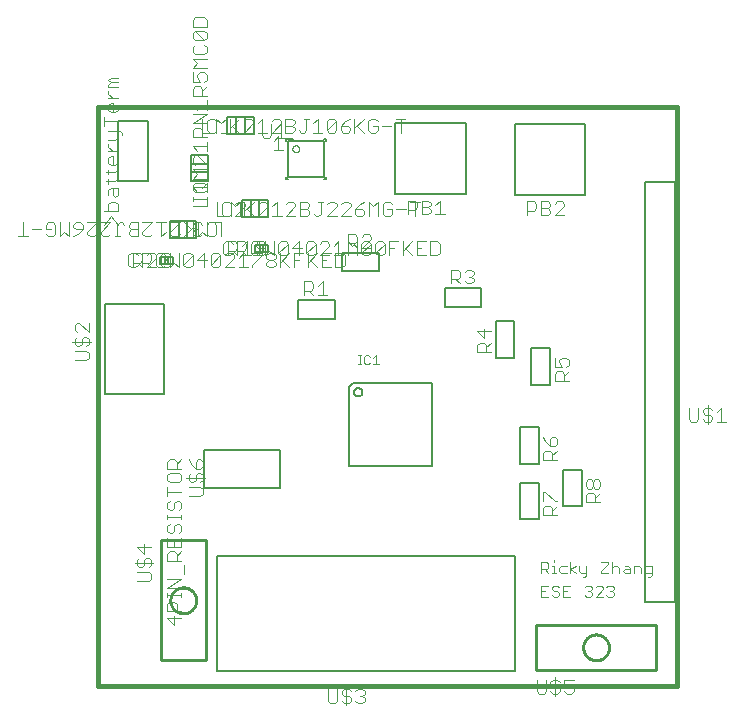
<source format=gto>
G75*
%MOIN*%
%OFA0B0*%
%FSLAX25Y25*%
%IPPOS*%
%LPD*%
%AMOC8*
5,1,8,0,0,1.08239X$1,22.5*
%
%ADD10C,0.00300*%
%ADD11C,0.01600*%
%ADD12C,0.00600*%
%ADD13C,0.00500*%
%ADD14C,0.00400*%
%ADD15C,0.01000*%
%ADD16C,0.00800*%
D10*
X0117328Y0145844D02*
X0118295Y0145844D01*
X0117811Y0145844D02*
X0117811Y0148747D01*
X0117328Y0148747D02*
X0118295Y0148747D01*
X0119292Y0148263D02*
X0119292Y0146328D01*
X0119776Y0145844D01*
X0120743Y0145844D01*
X0121227Y0146328D01*
X0122239Y0145844D02*
X0124173Y0145844D01*
X0123206Y0145844D02*
X0123206Y0148747D01*
X0122239Y0147779D01*
X0121227Y0148263D02*
X0120743Y0148747D01*
X0119776Y0148747D01*
X0119292Y0148263D01*
X0112053Y0178108D02*
X0112837Y0178892D01*
X0112837Y0182028D01*
X0112053Y0182812D01*
X0109701Y0182812D01*
X0109701Y0178108D01*
X0112053Y0178108D01*
X0108234Y0178108D02*
X0105098Y0178108D01*
X0105098Y0182812D01*
X0108234Y0182812D01*
X0107699Y0182045D02*
X0104563Y0182045D01*
X0107699Y0185181D01*
X0107699Y0185965D01*
X0106915Y0186749D01*
X0105347Y0186749D01*
X0104563Y0185965D01*
X0103095Y0185965D02*
X0099959Y0182829D01*
X0100743Y0182045D01*
X0102311Y0182045D01*
X0103095Y0182829D01*
X0103095Y0185965D01*
X0102311Y0186749D01*
X0100743Y0186749D01*
X0099959Y0185965D01*
X0099959Y0182829D01*
X0100494Y0182812D02*
X0100494Y0178108D01*
X0100494Y0179676D02*
X0103630Y0182812D01*
X0105098Y0180460D02*
X0106666Y0180460D01*
X0109167Y0182045D02*
X0112303Y0182045D01*
X0113771Y0182045D02*
X0113771Y0186749D01*
X0115339Y0185181D01*
X0116907Y0186749D01*
X0116907Y0182045D01*
X0118375Y0182829D02*
X0121511Y0185965D01*
X0121511Y0182829D01*
X0120727Y0182045D01*
X0119159Y0182045D01*
X0118375Y0182829D01*
X0118375Y0185965D01*
X0119159Y0186749D01*
X0120727Y0186749D01*
X0121511Y0185965D01*
X0122979Y0185965D02*
X0123763Y0186749D01*
X0125331Y0186749D01*
X0126115Y0185965D01*
X0122979Y0182829D01*
X0123763Y0182045D01*
X0125331Y0182045D01*
X0126115Y0182829D01*
X0126115Y0185965D01*
X0127583Y0186749D02*
X0130719Y0186749D01*
X0132187Y0186749D02*
X0132187Y0182045D01*
X0132187Y0183613D02*
X0135323Y0186749D01*
X0136790Y0186749D02*
X0136790Y0182045D01*
X0139926Y0182045D01*
X0141394Y0182045D02*
X0143746Y0182045D01*
X0144530Y0182829D01*
X0144530Y0185965D01*
X0143746Y0186749D01*
X0141394Y0186749D01*
X0141394Y0182045D01*
X0138358Y0184397D02*
X0136790Y0184397D01*
X0136790Y0186749D02*
X0139926Y0186749D01*
X0135323Y0182045D02*
X0132971Y0184397D01*
X0129151Y0184397D02*
X0127583Y0184397D01*
X0127583Y0182045D02*
X0127583Y0186749D01*
X0122979Y0185965D02*
X0122979Y0182829D01*
X0110735Y0182045D02*
X0110735Y0186749D01*
X0109167Y0185181D01*
X0103630Y0178108D02*
X0101278Y0180460D01*
X0099026Y0182812D02*
X0095890Y0182812D01*
X0095890Y0178108D01*
X0094422Y0178108D02*
X0092070Y0180460D01*
X0091286Y0179676D02*
X0094422Y0182812D01*
X0093887Y0182829D02*
X0093103Y0182045D01*
X0091535Y0182045D01*
X0090751Y0182829D01*
X0093887Y0185965D01*
X0093887Y0182829D01*
X0095355Y0184397D02*
X0098491Y0184397D01*
X0097707Y0182045D02*
X0097707Y0186749D01*
X0095355Y0184397D01*
X0093887Y0185965D02*
X0093103Y0186749D01*
X0091535Y0186749D01*
X0090751Y0185965D01*
X0090751Y0182829D01*
X0091286Y0182812D02*
X0091286Y0178108D01*
X0089818Y0178892D02*
X0089034Y0178108D01*
X0087466Y0178108D01*
X0086682Y0178892D01*
X0086682Y0179676D01*
X0087466Y0180460D01*
X0089034Y0180460D01*
X0089818Y0179676D01*
X0089818Y0178892D01*
X0089034Y0180460D02*
X0089818Y0181244D01*
X0089818Y0182028D01*
X0089034Y0182812D01*
X0087466Y0182812D01*
X0086682Y0182028D01*
X0086682Y0181244D01*
X0087466Y0180460D01*
X0086147Y0182045D02*
X0087715Y0183613D01*
X0089283Y0182045D01*
X0089283Y0186749D01*
X0086279Y0185965D02*
X0085495Y0186749D01*
X0083927Y0186749D01*
X0083143Y0185965D01*
X0083143Y0185181D01*
X0083927Y0184397D01*
X0086279Y0184397D01*
X0086279Y0182829D02*
X0086279Y0185965D01*
X0086147Y0186749D02*
X0086147Y0182045D01*
X0085495Y0182045D02*
X0086279Y0182829D01*
X0085214Y0182812D02*
X0085214Y0182028D01*
X0082078Y0178892D01*
X0082078Y0178108D01*
X0080610Y0178108D02*
X0077474Y0178108D01*
X0076006Y0178108D02*
X0072870Y0178108D01*
X0076006Y0181244D01*
X0076006Y0182028D01*
X0075222Y0182812D01*
X0073654Y0182812D01*
X0072870Y0182028D01*
X0073120Y0182045D02*
X0072336Y0182829D01*
X0072336Y0185965D01*
X0073120Y0186749D01*
X0074688Y0186749D01*
X0075472Y0185965D01*
X0076288Y0186749D02*
X0073936Y0186749D01*
X0073936Y0182045D01*
X0074688Y0182045D02*
X0075472Y0182829D01*
X0075504Y0183613D02*
X0077072Y0182045D01*
X0076939Y0182045D02*
X0076939Y0186749D01*
X0079291Y0186749D01*
X0080075Y0185965D01*
X0080075Y0184397D01*
X0079291Y0183613D01*
X0076939Y0183613D01*
X0076288Y0183613D02*
X0073936Y0183613D01*
X0074688Y0182045D02*
X0073120Y0182045D01*
X0071402Y0182028D02*
X0071402Y0178892D01*
X0070618Y0178108D01*
X0069050Y0178108D01*
X0068266Y0178892D01*
X0071402Y0182028D01*
X0070618Y0182812D01*
X0069050Y0182812D01*
X0068266Y0182028D01*
X0068266Y0178892D01*
X0066798Y0180460D02*
X0063662Y0180460D01*
X0066014Y0182812D01*
X0066014Y0178108D01*
X0062194Y0178892D02*
X0062194Y0182028D01*
X0059058Y0178892D01*
X0059842Y0178108D01*
X0061410Y0178108D01*
X0062194Y0178892D01*
X0059058Y0178892D02*
X0059058Y0182028D01*
X0059842Y0182812D01*
X0061410Y0182812D01*
X0062194Y0182028D01*
X0057590Y0182812D02*
X0057590Y0178108D01*
X0056022Y0179676D01*
X0054454Y0178108D01*
X0054454Y0182812D01*
X0053802Y0182812D02*
X0054586Y0182028D01*
X0051450Y0178892D01*
X0052234Y0178108D01*
X0053802Y0178108D01*
X0054586Y0178892D01*
X0054586Y0182028D01*
X0053802Y0182812D02*
X0052234Y0182812D01*
X0051450Y0182028D01*
X0051450Y0178892D01*
X0052202Y0178108D02*
X0050634Y0178108D01*
X0049850Y0178892D01*
X0049850Y0182028D01*
X0050634Y0182812D01*
X0052202Y0182812D01*
X0052986Y0182028D01*
X0049983Y0182028D02*
X0049199Y0182812D01*
X0047631Y0182812D01*
X0046847Y0182028D01*
X0047599Y0182812D02*
X0048383Y0182028D01*
X0048383Y0180460D01*
X0047599Y0179676D01*
X0045247Y0179676D01*
X0044595Y0179676D02*
X0042243Y0179676D01*
X0043811Y0179676D02*
X0045379Y0178108D01*
X0045247Y0178108D02*
X0045247Y0182812D01*
X0047599Y0182812D01*
X0045379Y0182028D02*
X0045379Y0180460D01*
X0044595Y0179676D01*
X0043779Y0178892D02*
X0042995Y0178108D01*
X0041427Y0178108D01*
X0040643Y0178892D01*
X0040643Y0182028D01*
X0041427Y0182812D01*
X0042995Y0182812D01*
X0043779Y0182028D01*
X0044595Y0182812D02*
X0045379Y0182028D01*
X0044595Y0182812D02*
X0042243Y0182812D01*
X0042243Y0178108D01*
X0046847Y0178108D02*
X0049983Y0181244D01*
X0049983Y0182028D01*
X0049983Y0178108D02*
X0046847Y0178108D01*
X0048383Y0178108D02*
X0046815Y0179676D01*
X0052202Y0178108D02*
X0052986Y0178892D01*
X0051592Y0188380D02*
X0051592Y0193084D01*
X0053160Y0193084D02*
X0050024Y0193084D01*
X0048556Y0193084D02*
X0045420Y0189948D01*
X0045420Y0189164D01*
X0046204Y0188380D01*
X0047772Y0188380D01*
X0048556Y0189164D01*
X0051592Y0188380D02*
X0053160Y0189948D01*
X0054628Y0189948D02*
X0054628Y0189164D01*
X0055412Y0188380D01*
X0056980Y0188380D01*
X0057764Y0189164D01*
X0059232Y0188380D02*
X0062368Y0191516D01*
X0062236Y0191516D02*
X0062236Y0192300D01*
X0063020Y0193084D01*
X0064588Y0193084D01*
X0065372Y0192300D01*
X0066840Y0192300D02*
X0067624Y0193084D01*
X0069192Y0193084D01*
X0069976Y0192300D01*
X0069976Y0189164D01*
X0069192Y0188380D01*
X0067624Y0188380D01*
X0066840Y0189164D01*
X0066972Y0188380D02*
X0065404Y0189948D01*
X0063836Y0188380D01*
X0063836Y0193084D01*
X0062368Y0193084D02*
X0062368Y0188380D01*
X0063020Y0188380D02*
X0062236Y0189164D01*
X0062236Y0189948D01*
X0063020Y0190732D01*
X0062236Y0191516D01*
X0061584Y0190732D02*
X0059232Y0193084D01*
X0057764Y0193084D02*
X0054628Y0189948D01*
X0054628Y0193084D02*
X0057764Y0193084D01*
X0063020Y0190732D02*
X0063804Y0190732D01*
X0065372Y0189164D02*
X0064588Y0188380D01*
X0063020Y0188380D01*
X0066972Y0188380D02*
X0066972Y0193084D01*
X0068440Y0193084D02*
X0071576Y0193084D01*
X0071576Y0188380D01*
X0076288Y0186749D02*
X0077072Y0185965D01*
X0077072Y0184397D01*
X0076288Y0183613D01*
X0078507Y0183613D02*
X0080075Y0182045D01*
X0080107Y0182045D02*
X0080107Y0186749D01*
X0078539Y0185181D01*
X0079042Y0182812D02*
X0077474Y0181244D01*
X0078539Y0182045D02*
X0081675Y0182045D01*
X0082327Y0182045D02*
X0081543Y0182829D01*
X0081543Y0185965D01*
X0082327Y0186749D01*
X0083895Y0186749D01*
X0084679Y0185965D01*
X0084679Y0182829D02*
X0083895Y0182045D01*
X0082327Y0182045D01*
X0082078Y0182812D02*
X0085214Y0182812D01*
X0085495Y0182045D02*
X0083927Y0182045D01*
X0083143Y0182829D01*
X0079042Y0182812D02*
X0079042Y0178108D01*
X0095890Y0180460D02*
X0097458Y0180460D01*
X0097833Y0195234D02*
X0100185Y0195234D01*
X0100969Y0196018D01*
X0100969Y0196802D01*
X0100185Y0197586D01*
X0097833Y0197586D01*
X0096365Y0198370D02*
X0096365Y0199154D01*
X0095581Y0199938D01*
X0094013Y0199938D01*
X0093229Y0199154D01*
X0090193Y0199938D02*
X0088625Y0198370D01*
X0087157Y0198370D02*
X0087157Y0199154D01*
X0086373Y0199938D01*
X0084805Y0199938D01*
X0084021Y0199154D01*
X0082553Y0199938D02*
X0079417Y0196802D01*
X0080201Y0197586D02*
X0082553Y0195234D01*
X0084021Y0195234D02*
X0087157Y0198370D01*
X0087157Y0195234D02*
X0084021Y0195234D01*
X0079549Y0195234D02*
X0076413Y0195234D01*
X0079549Y0198370D01*
X0079549Y0199154D01*
X0078765Y0199938D01*
X0077197Y0199938D01*
X0076413Y0199154D01*
X0076381Y0198370D02*
X0077949Y0199938D01*
X0077949Y0195234D01*
X0079417Y0195234D02*
X0079417Y0199938D01*
X0076381Y0198370D02*
X0074813Y0199938D01*
X0074813Y0195234D01*
X0074162Y0195234D02*
X0074946Y0196018D01*
X0074162Y0195234D02*
X0072594Y0195234D01*
X0071810Y0196018D01*
X0071810Y0199154D01*
X0072594Y0199938D01*
X0074162Y0199938D01*
X0074946Y0199154D01*
X0070210Y0199938D02*
X0070210Y0195234D01*
X0073346Y0195234D01*
X0066845Y0198456D02*
X0066845Y0201592D01*
X0066845Y0201624D02*
X0066845Y0200056D01*
X0066845Y0200840D02*
X0062141Y0200840D01*
X0062141Y0200056D02*
X0062141Y0201624D01*
X0062925Y0203060D02*
X0062141Y0203844D01*
X0062141Y0205412D01*
X0062925Y0206196D01*
X0066061Y0206196D01*
X0066845Y0205412D01*
X0066845Y0203844D01*
X0066061Y0203060D01*
X0062925Y0203060D01*
X0063709Y0203125D02*
X0062141Y0204693D01*
X0066845Y0204693D01*
X0066845Y0206196D02*
X0065277Y0204628D01*
X0066845Y0203125D02*
X0066845Y0206261D01*
X0066845Y0207664D02*
X0062141Y0207664D01*
X0063709Y0209232D01*
X0062141Y0210800D01*
X0066845Y0210800D01*
X0066845Y0212268D02*
X0063709Y0215404D01*
X0062925Y0215404D01*
X0062141Y0214620D01*
X0062141Y0213052D01*
X0062925Y0212268D01*
X0066845Y0212268D02*
X0066845Y0215404D01*
X0066845Y0216872D02*
X0066845Y0220008D01*
X0066845Y0221476D02*
X0062141Y0221476D01*
X0062141Y0223828D01*
X0062925Y0224612D01*
X0064493Y0224612D01*
X0065277Y0223828D01*
X0065277Y0221476D01*
X0065406Y0222950D02*
X0068542Y0222950D01*
X0067790Y0222950D02*
X0069358Y0222950D01*
X0070142Y0223734D01*
X0070010Y0222950D02*
X0070010Y0227654D01*
X0071578Y0226086D01*
X0073146Y0227654D01*
X0073146Y0222950D01*
X0073178Y0222950D02*
X0073178Y0227654D01*
X0071610Y0226086D01*
X0070142Y0226870D02*
X0069358Y0227654D01*
X0067790Y0227654D01*
X0067006Y0226870D01*
X0067006Y0223734D01*
X0067790Y0222950D01*
X0065406Y0222950D02*
X0065406Y0227654D01*
X0066845Y0229216D02*
X0062141Y0229216D01*
X0063709Y0230683D02*
X0062141Y0232251D01*
X0066845Y0232251D01*
X0066845Y0230683D02*
X0066845Y0233819D01*
X0066845Y0235287D02*
X0062141Y0235287D01*
X0062141Y0237639D01*
X0062925Y0238423D01*
X0064493Y0238423D01*
X0065277Y0237639D01*
X0065277Y0235287D01*
X0065277Y0236855D02*
X0066845Y0238423D01*
X0066061Y0239891D02*
X0066845Y0240675D01*
X0066845Y0242243D01*
X0066061Y0243027D01*
X0064493Y0243027D01*
X0063709Y0242243D01*
X0063709Y0241459D01*
X0064493Y0239891D01*
X0062141Y0239891D01*
X0062141Y0243027D01*
X0062141Y0244495D02*
X0063709Y0246063D01*
X0062141Y0247631D01*
X0066845Y0247631D01*
X0066061Y0249099D02*
X0066845Y0249883D01*
X0066845Y0251451D01*
X0066061Y0252235D01*
X0066061Y0253703D02*
X0062925Y0256839D01*
X0066061Y0256839D01*
X0066845Y0256055D01*
X0066845Y0254487D01*
X0066061Y0253703D01*
X0062925Y0253703D01*
X0062141Y0254487D01*
X0062141Y0256055D01*
X0062925Y0256839D01*
X0062141Y0258307D02*
X0062141Y0260659D01*
X0062925Y0261443D01*
X0066061Y0261443D01*
X0066845Y0260659D01*
X0066845Y0258307D01*
X0062141Y0258307D01*
X0062925Y0252235D02*
X0062141Y0251451D01*
X0062141Y0249883D01*
X0062925Y0249099D01*
X0066061Y0249099D01*
X0066845Y0244495D02*
X0062141Y0244495D01*
X0066845Y0229216D02*
X0062141Y0226080D01*
X0066845Y0226080D01*
X0071610Y0222950D02*
X0074746Y0222950D01*
X0074614Y0222950D02*
X0074614Y0227654D01*
X0075398Y0225302D02*
X0077750Y0222950D01*
X0079218Y0222950D02*
X0082354Y0226086D01*
X0082354Y0226870D01*
X0081570Y0227654D01*
X0080002Y0227654D01*
X0079218Y0226870D01*
X0077750Y0227654D02*
X0074614Y0224518D01*
X0079218Y0222950D02*
X0082354Y0222950D01*
X0083822Y0222950D02*
X0086958Y0222950D01*
X0088426Y0222950D02*
X0091562Y0226086D01*
X0091562Y0226870D01*
X0090778Y0227654D01*
X0089210Y0227654D01*
X0088426Y0226870D01*
X0088410Y0226001D02*
X0088410Y0222081D01*
X0087626Y0221297D01*
X0086058Y0221297D01*
X0085274Y0222081D01*
X0085274Y0226001D01*
X0083822Y0226086D02*
X0085390Y0227654D01*
X0085390Y0222950D01*
X0088426Y0222950D02*
X0091562Y0222950D01*
X0093030Y0222950D02*
X0095382Y0222950D01*
X0096166Y0223734D01*
X0096166Y0224518D01*
X0095382Y0225302D01*
X0093030Y0225302D01*
X0091446Y0226001D02*
X0091446Y0221297D01*
X0089878Y0221297D02*
X0093014Y0221297D01*
X0093030Y0222950D02*
X0093030Y0227654D01*
X0095382Y0227654D01*
X0096166Y0226870D01*
X0096166Y0226086D01*
X0095382Y0225302D01*
X0097634Y0223734D02*
X0098418Y0222950D01*
X0099202Y0222950D01*
X0099986Y0223734D01*
X0099986Y0227654D01*
X0099202Y0227654D02*
X0100770Y0227654D01*
X0102238Y0226086D02*
X0103806Y0227654D01*
X0103806Y0222950D01*
X0102238Y0222950D02*
X0105374Y0222950D01*
X0106842Y0223734D02*
X0109978Y0226870D01*
X0109978Y0223734D01*
X0109194Y0222950D01*
X0107626Y0222950D01*
X0106842Y0223734D01*
X0106842Y0226870D01*
X0107626Y0227654D01*
X0109194Y0227654D01*
X0109978Y0226870D01*
X0111446Y0225302D02*
X0113798Y0225302D01*
X0114582Y0224518D01*
X0114582Y0223734D01*
X0113798Y0222950D01*
X0112230Y0222950D01*
X0111446Y0223734D01*
X0111446Y0225302D01*
X0113014Y0226870D01*
X0114582Y0227654D01*
X0116050Y0227654D02*
X0116050Y0222950D01*
X0116050Y0224518D02*
X0119186Y0227654D01*
X0120653Y0226870D02*
X0120653Y0223734D01*
X0121437Y0222950D01*
X0123005Y0222950D01*
X0123789Y0223734D01*
X0123789Y0225302D01*
X0122221Y0225302D01*
X0120653Y0226870D02*
X0121437Y0227654D01*
X0123005Y0227654D01*
X0123789Y0226870D01*
X0125257Y0225302D02*
X0128393Y0225302D01*
X0129861Y0227654D02*
X0132997Y0227654D01*
X0131429Y0227654D02*
X0131429Y0222950D01*
X0119186Y0222950D02*
X0116834Y0225302D01*
X0091446Y0226001D02*
X0089878Y0224433D01*
X0066845Y0218440D02*
X0062141Y0218440D01*
X0063709Y0216872D01*
X0062141Y0198456D02*
X0066845Y0198456D01*
X0048556Y0193084D02*
X0045420Y0193084D01*
X0043952Y0193084D02*
X0041600Y0193084D01*
X0040816Y0192300D01*
X0040816Y0191516D01*
X0041600Y0190732D01*
X0043952Y0190732D01*
X0043952Y0193084D02*
X0043952Y0188380D01*
X0041600Y0188380D01*
X0040816Y0189164D01*
X0040816Y0189948D01*
X0041600Y0190732D01*
X0039348Y0192300D02*
X0038564Y0193084D01*
X0037780Y0193084D01*
X0036996Y0192300D01*
X0036996Y0188380D01*
X0037780Y0188380D02*
X0036212Y0188380D01*
X0034744Y0189164D02*
X0033960Y0188380D01*
X0032392Y0188380D01*
X0031608Y0189164D01*
X0031608Y0189948D01*
X0034744Y0193084D01*
X0031608Y0193084D01*
X0030140Y0193084D02*
X0027004Y0189948D01*
X0027004Y0189164D01*
X0027788Y0188380D01*
X0029356Y0188380D01*
X0030140Y0189164D01*
X0030140Y0193084D02*
X0027004Y0193084D01*
X0025536Y0192300D02*
X0024752Y0193084D01*
X0023184Y0193084D01*
X0022400Y0192300D01*
X0022400Y0191516D01*
X0023184Y0190732D01*
X0025536Y0190732D01*
X0025536Y0192300D01*
X0025536Y0190732D02*
X0023968Y0189164D01*
X0022400Y0188380D01*
X0020933Y0188380D02*
X0019365Y0189948D01*
X0017796Y0188380D01*
X0017796Y0193084D01*
X0016329Y0192300D02*
X0015545Y0193084D01*
X0013977Y0193084D01*
X0013193Y0192300D01*
X0013193Y0190732D01*
X0014761Y0190732D01*
X0016329Y0189164D02*
X0016329Y0192300D01*
X0016329Y0189164D02*
X0015545Y0188380D01*
X0013977Y0188380D01*
X0013193Y0189164D01*
X0011725Y0190732D02*
X0008589Y0190732D01*
X0007121Y0188380D02*
X0003985Y0188380D01*
X0005553Y0188380D02*
X0005553Y0193084D01*
X0020933Y0193084D02*
X0020933Y0188380D01*
X0088625Y0195234D02*
X0091761Y0195234D01*
X0093229Y0195234D02*
X0096365Y0198370D01*
X0097833Y0199938D02*
X0097833Y0195234D01*
X0096365Y0195234D02*
X0093229Y0195234D01*
X0090193Y0195234D02*
X0090193Y0199938D01*
X0097833Y0199938D02*
X0100185Y0199938D01*
X0100969Y0199154D01*
X0100969Y0198370D01*
X0100185Y0197586D01*
X0102437Y0196018D02*
X0103221Y0195234D01*
X0104005Y0195234D01*
X0104789Y0196018D01*
X0104789Y0199938D01*
X0104005Y0199938D02*
X0105573Y0199938D01*
X0107041Y0199154D02*
X0107825Y0199938D01*
X0109393Y0199938D01*
X0110177Y0199154D01*
X0110177Y0198370D01*
X0107041Y0195234D01*
X0110177Y0195234D01*
X0111645Y0195234D02*
X0114781Y0198370D01*
X0114781Y0199154D01*
X0113997Y0199938D01*
X0112429Y0199938D01*
X0111645Y0199154D01*
X0111645Y0195234D02*
X0114781Y0195234D01*
X0116249Y0196018D02*
X0116249Y0197586D01*
X0118601Y0197586D01*
X0119385Y0196802D01*
X0119385Y0196018D01*
X0118601Y0195234D01*
X0117033Y0195234D01*
X0116249Y0196018D01*
X0116249Y0197586D02*
X0117817Y0199154D01*
X0119385Y0199938D01*
X0120853Y0199938D02*
X0122421Y0198370D01*
X0123989Y0199938D01*
X0123989Y0195234D01*
X0125457Y0196018D02*
X0126241Y0195234D01*
X0127809Y0195234D01*
X0128593Y0196018D01*
X0128593Y0197586D01*
X0127025Y0197586D01*
X0128593Y0199154D02*
X0127809Y0199938D01*
X0126241Y0199938D01*
X0125457Y0199154D01*
X0125457Y0196018D01*
X0130061Y0197586D02*
X0133197Y0197586D01*
X0134664Y0199938D02*
X0137800Y0199938D01*
X0136232Y0199938D02*
X0136232Y0195234D01*
X0120853Y0195234D02*
X0120853Y0199938D01*
X0178306Y0079839D02*
X0180126Y0079839D01*
X0180733Y0079232D01*
X0180733Y0078019D01*
X0180126Y0077412D01*
X0178306Y0077412D01*
X0178306Y0076198D02*
X0178306Y0079839D01*
X0179520Y0077412D02*
X0180733Y0076198D01*
X0181932Y0076198D02*
X0183145Y0076198D01*
X0182538Y0076198D02*
X0182538Y0078625D01*
X0181932Y0078625D01*
X0182538Y0079839D02*
X0182538Y0080445D01*
X0184955Y0078625D02*
X0184348Y0078019D01*
X0184348Y0076805D01*
X0184955Y0076198D01*
X0186775Y0076198D01*
X0187973Y0076198D02*
X0187973Y0079839D01*
X0186775Y0078625D02*
X0184955Y0078625D01*
X0187973Y0077412D02*
X0189793Y0078625D01*
X0190994Y0078625D02*
X0190994Y0076805D01*
X0191601Y0076198D01*
X0193421Y0076198D01*
X0193421Y0075592D02*
X0192814Y0074985D01*
X0192208Y0074985D01*
X0193421Y0075592D02*
X0193421Y0078625D01*
X0189793Y0076198D02*
X0187973Y0077412D01*
X0187983Y0071965D02*
X0185557Y0071965D01*
X0185557Y0068324D01*
X0187983Y0068324D01*
X0186770Y0070145D02*
X0185557Y0070145D01*
X0184358Y0069538D02*
X0184358Y0068931D01*
X0183752Y0068324D01*
X0182538Y0068324D01*
X0181932Y0068931D01*
X0180733Y0068324D02*
X0178306Y0068324D01*
X0178306Y0071965D01*
X0180733Y0071965D01*
X0181932Y0071358D02*
X0181932Y0070751D01*
X0182538Y0070145D01*
X0183752Y0070145D01*
X0184358Y0069538D01*
X0184358Y0071358D02*
X0183752Y0071965D01*
X0182538Y0071965D01*
X0181932Y0071358D01*
X0179520Y0070145D02*
X0178306Y0070145D01*
X0192807Y0071358D02*
X0193414Y0071965D01*
X0194627Y0071965D01*
X0195234Y0071358D01*
X0195234Y0070751D01*
X0194627Y0070145D01*
X0195234Y0069538D01*
X0195234Y0068931D01*
X0194627Y0068324D01*
X0193414Y0068324D01*
X0192807Y0068931D01*
X0194020Y0070145D02*
X0194627Y0070145D01*
X0196432Y0071358D02*
X0197039Y0071965D01*
X0198252Y0071965D01*
X0198859Y0071358D01*
X0198859Y0070751D01*
X0196432Y0068324D01*
X0198859Y0068324D01*
X0200057Y0068931D02*
X0200664Y0068324D01*
X0201877Y0068324D01*
X0202484Y0068931D01*
X0202484Y0069538D01*
X0201877Y0070145D01*
X0201271Y0070145D01*
X0201877Y0070145D02*
X0202484Y0070751D01*
X0202484Y0071358D01*
X0201877Y0071965D01*
X0200664Y0071965D01*
X0200057Y0071358D01*
X0200671Y0076198D02*
X0198245Y0076198D01*
X0198245Y0076805D01*
X0200671Y0079232D01*
X0200671Y0079839D01*
X0198245Y0079839D01*
X0201870Y0079839D02*
X0201870Y0076198D01*
X0201870Y0078019D02*
X0202476Y0078625D01*
X0203690Y0078625D01*
X0204297Y0078019D01*
X0204297Y0076198D01*
X0205495Y0076805D02*
X0206102Y0077412D01*
X0207922Y0077412D01*
X0207922Y0078019D02*
X0207922Y0076198D01*
X0206102Y0076198D01*
X0205495Y0076805D01*
X0206102Y0078625D02*
X0207315Y0078625D01*
X0207922Y0078019D01*
X0209120Y0078625D02*
X0210940Y0078625D01*
X0211547Y0078019D01*
X0211547Y0076198D01*
X0212745Y0076805D02*
X0212745Y0078019D01*
X0213352Y0078625D01*
X0215172Y0078625D01*
X0215172Y0075592D01*
X0214565Y0074985D01*
X0213959Y0074985D01*
X0213352Y0076198D02*
X0215172Y0076198D01*
X0213352Y0076198D02*
X0212745Y0076805D01*
X0209120Y0076198D02*
X0209120Y0078625D01*
D11*
X0030519Y0038647D02*
X0030519Y0231560D01*
X0223432Y0231560D01*
X0223432Y0038647D01*
X0030519Y0038647D01*
D12*
X0114278Y0111895D02*
X0114278Y0138096D01*
X0115676Y0139493D01*
X0141877Y0139493D01*
X0141877Y0111895D01*
X0114278Y0111895D01*
X0115864Y0136494D02*
X0115866Y0136569D01*
X0115872Y0136643D01*
X0115882Y0136717D01*
X0115895Y0136790D01*
X0115913Y0136863D01*
X0115934Y0136934D01*
X0115959Y0137005D01*
X0115988Y0137074D01*
X0116021Y0137141D01*
X0116057Y0137206D01*
X0116096Y0137270D01*
X0116138Y0137331D01*
X0116184Y0137390D01*
X0116233Y0137447D01*
X0116285Y0137500D01*
X0116339Y0137551D01*
X0116396Y0137600D01*
X0116456Y0137644D01*
X0116518Y0137686D01*
X0116582Y0137725D01*
X0116648Y0137760D01*
X0116715Y0137791D01*
X0116785Y0137819D01*
X0116855Y0137843D01*
X0116927Y0137864D01*
X0117000Y0137880D01*
X0117073Y0137893D01*
X0117148Y0137902D01*
X0117222Y0137907D01*
X0117297Y0137908D01*
X0117371Y0137905D01*
X0117446Y0137898D01*
X0117519Y0137887D01*
X0117593Y0137873D01*
X0117665Y0137854D01*
X0117736Y0137832D01*
X0117806Y0137806D01*
X0117875Y0137776D01*
X0117941Y0137743D01*
X0118006Y0137706D01*
X0118069Y0137666D01*
X0118130Y0137622D01*
X0118188Y0137576D01*
X0118244Y0137526D01*
X0118297Y0137474D01*
X0118348Y0137419D01*
X0118395Y0137361D01*
X0118439Y0137301D01*
X0118480Y0137238D01*
X0118518Y0137174D01*
X0118552Y0137108D01*
X0118583Y0137039D01*
X0118610Y0136970D01*
X0118633Y0136899D01*
X0118652Y0136827D01*
X0118668Y0136754D01*
X0118680Y0136680D01*
X0118688Y0136606D01*
X0118692Y0136531D01*
X0118692Y0136457D01*
X0118688Y0136382D01*
X0118680Y0136308D01*
X0118668Y0136234D01*
X0118652Y0136161D01*
X0118633Y0136089D01*
X0118610Y0136018D01*
X0118583Y0135949D01*
X0118552Y0135880D01*
X0118518Y0135814D01*
X0118480Y0135750D01*
X0118439Y0135687D01*
X0118395Y0135627D01*
X0118348Y0135569D01*
X0118297Y0135514D01*
X0118244Y0135462D01*
X0118188Y0135412D01*
X0118130Y0135366D01*
X0118069Y0135322D01*
X0118006Y0135282D01*
X0117941Y0135245D01*
X0117875Y0135212D01*
X0117806Y0135182D01*
X0117736Y0135156D01*
X0117665Y0135134D01*
X0117593Y0135115D01*
X0117519Y0135101D01*
X0117446Y0135090D01*
X0117371Y0135083D01*
X0117297Y0135080D01*
X0117222Y0135081D01*
X0117148Y0135086D01*
X0117073Y0135095D01*
X0117000Y0135108D01*
X0116927Y0135124D01*
X0116855Y0135145D01*
X0116785Y0135169D01*
X0116715Y0135197D01*
X0116648Y0135228D01*
X0116582Y0135263D01*
X0116518Y0135302D01*
X0116456Y0135344D01*
X0116396Y0135388D01*
X0116339Y0135437D01*
X0116285Y0135488D01*
X0116233Y0135541D01*
X0116184Y0135598D01*
X0116138Y0135657D01*
X0116096Y0135718D01*
X0116057Y0135782D01*
X0116021Y0135847D01*
X0115988Y0135914D01*
X0115959Y0135983D01*
X0115934Y0136054D01*
X0115913Y0136125D01*
X0115895Y0136198D01*
X0115882Y0136271D01*
X0115872Y0136345D01*
X0115866Y0136419D01*
X0115864Y0136494D01*
X0087286Y0183195D02*
X0087286Y0185595D01*
X0085586Y0185595D01*
X0084486Y0185595D01*
X0082886Y0185595D01*
X0082886Y0183195D01*
X0084486Y0183195D01*
X0085686Y0183195D01*
X0087286Y0183195D01*
X0085686Y0183195D02*
X0085586Y0185595D01*
X0084486Y0185595D02*
X0084486Y0183195D01*
X0084360Y0194784D02*
X0081560Y0194784D01*
X0078560Y0194784D01*
X0078560Y0200384D01*
X0081560Y0200384D01*
X0087360Y0200384D01*
X0087360Y0194784D01*
X0084360Y0194784D01*
X0084360Y0200384D01*
X0087360Y0200484D01*
X0087360Y0200384D01*
X0081560Y0200384D02*
X0081560Y0194784D01*
X0067295Y0206806D02*
X0061695Y0206806D01*
X0061695Y0209806D01*
X0061695Y0215606D01*
X0067295Y0215606D01*
X0067295Y0212606D01*
X0067295Y0209806D01*
X0067295Y0206806D01*
X0067295Y0209806D02*
X0061695Y0209806D01*
X0061695Y0212606D02*
X0061595Y0215606D01*
X0061695Y0215606D01*
X0061695Y0212606D02*
X0067295Y0212606D01*
X0073756Y0222500D02*
X0073756Y0228100D01*
X0076756Y0228100D01*
X0082556Y0228100D01*
X0082556Y0222500D01*
X0079556Y0222500D01*
X0076756Y0222500D01*
X0073756Y0222500D01*
X0076756Y0222500D02*
X0076756Y0228100D01*
X0079556Y0228100D02*
X0082556Y0228200D01*
X0082556Y0228100D01*
X0079556Y0228100D02*
X0079556Y0222500D01*
X0093867Y0220298D02*
X0106067Y0220298D01*
X0106067Y0208098D01*
X0093867Y0208098D01*
X0093867Y0220298D01*
X0063226Y0193534D02*
X0063226Y0187934D01*
X0060226Y0187934D01*
X0054426Y0187934D01*
X0054426Y0193534D01*
X0057426Y0193534D01*
X0060226Y0193534D01*
X0063226Y0193534D01*
X0060226Y0193534D02*
X0060226Y0187934D01*
X0057426Y0187934D02*
X0054426Y0187834D01*
X0054426Y0187934D01*
X0057426Y0187934D02*
X0057426Y0193534D01*
X0055593Y0181658D02*
X0053893Y0181658D01*
X0052793Y0181658D01*
X0051193Y0181658D01*
X0051193Y0179258D01*
X0052793Y0179258D01*
X0053993Y0179258D01*
X0055593Y0179258D01*
X0055593Y0181658D01*
X0053893Y0181658D02*
X0053993Y0179258D01*
X0052793Y0179258D02*
X0052793Y0181658D01*
D13*
X0052605Y0165773D02*
X0032920Y0165773D01*
X0032920Y0135852D01*
X0052605Y0135852D01*
X0052605Y0165773D01*
X0047330Y0206993D02*
X0037330Y0206993D01*
X0037330Y0226993D01*
X0047330Y0226993D01*
X0047330Y0206993D01*
X0097330Y0167269D02*
X0097330Y0160970D01*
X0109534Y0160970D01*
X0109534Y0167269D01*
X0097330Y0167269D01*
X0111897Y0176718D02*
X0111897Y0183017D01*
X0124101Y0183017D01*
X0124101Y0176718D01*
X0111897Y0176718D01*
X0129692Y0202426D02*
X0129692Y0226048D01*
X0153314Y0226048D01*
X0153314Y0202426D01*
X0129692Y0202426D01*
X0146149Y0171206D02*
X0158353Y0171206D01*
X0158353Y0164907D01*
X0146149Y0164907D01*
X0146149Y0171206D01*
X0163117Y0160025D02*
X0169416Y0160025D01*
X0169416Y0147820D01*
X0163117Y0147820D01*
X0163117Y0160025D01*
X0175086Y0151127D02*
X0181385Y0151127D01*
X0181385Y0138923D01*
X0175086Y0138923D01*
X0175086Y0151127D01*
X0177448Y0124749D02*
X0171149Y0124749D01*
X0171149Y0112545D01*
X0177448Y0112545D01*
X0177448Y0124749D01*
X0185519Y0110576D02*
X0191818Y0110576D01*
X0191818Y0098371D01*
X0185519Y0098371D01*
X0185519Y0110576D01*
X0177448Y0106245D02*
X0177448Y0094041D01*
X0171149Y0094041D01*
X0171149Y0106245D01*
X0177448Y0106245D01*
X0169731Y0081797D02*
X0169731Y0043608D01*
X0070125Y0043608D01*
X0070125Y0081797D01*
X0169731Y0081797D01*
X0212763Y0066678D02*
X0212763Y0206678D01*
X0222763Y0206678D01*
X0222763Y0066678D01*
X0212763Y0066678D01*
X0091149Y0104592D02*
X0065952Y0104592D01*
X0065952Y0117190D01*
X0091149Y0117190D01*
X0091149Y0104592D01*
X0169456Y0202151D02*
X0169456Y0225773D01*
X0193078Y0225773D01*
X0193078Y0202151D01*
X0169456Y0202151D01*
D14*
X0173593Y0200065D02*
X0175895Y0200065D01*
X0176662Y0199298D01*
X0176662Y0197763D01*
X0175895Y0196996D01*
X0173593Y0196996D01*
X0173593Y0195461D02*
X0173593Y0200065D01*
X0178197Y0200065D02*
X0180498Y0200065D01*
X0181266Y0199298D01*
X0181266Y0198530D01*
X0180498Y0197763D01*
X0178197Y0197763D01*
X0180498Y0197763D02*
X0181266Y0196996D01*
X0181266Y0196228D01*
X0180498Y0195461D01*
X0178197Y0195461D01*
X0178197Y0200065D01*
X0182800Y0199298D02*
X0183568Y0200065D01*
X0185102Y0200065D01*
X0185870Y0199298D01*
X0185870Y0198530D01*
X0182800Y0195461D01*
X0185870Y0195461D01*
X0155837Y0176542D02*
X0155837Y0175774D01*
X0155070Y0175007D01*
X0155837Y0174240D01*
X0155837Y0173473D01*
X0155070Y0172705D01*
X0153536Y0172705D01*
X0152768Y0173473D01*
X0151234Y0172705D02*
X0149699Y0174240D01*
X0150466Y0174240D02*
X0148164Y0174240D01*
X0148164Y0172705D02*
X0148164Y0177309D01*
X0150466Y0177309D01*
X0151234Y0176542D01*
X0151234Y0175007D01*
X0150466Y0174240D01*
X0152768Y0176542D02*
X0153536Y0177309D01*
X0155070Y0177309D01*
X0155837Y0176542D01*
X0155070Y0175007D02*
X0154303Y0175007D01*
X0159316Y0157509D02*
X0159316Y0154440D01*
X0157014Y0156742D01*
X0161618Y0156742D01*
X0161618Y0152905D02*
X0160083Y0151371D01*
X0160083Y0152138D02*
X0160083Y0149836D01*
X0161618Y0149836D02*
X0157014Y0149836D01*
X0157014Y0152138D01*
X0157781Y0152905D01*
X0159316Y0152905D01*
X0160083Y0152138D01*
X0182880Y0147977D02*
X0182880Y0144908D01*
X0185182Y0144908D01*
X0184415Y0146442D01*
X0184415Y0147209D01*
X0185182Y0147977D01*
X0186717Y0147977D01*
X0187484Y0147209D01*
X0187484Y0145675D01*
X0186717Y0144908D01*
X0187484Y0143373D02*
X0185949Y0141838D01*
X0185949Y0142606D02*
X0185949Y0140304D01*
X0187484Y0140304D02*
X0182880Y0140304D01*
X0182880Y0142606D01*
X0183647Y0143373D01*
X0185182Y0143373D01*
X0185949Y0142606D01*
X0182780Y0121599D02*
X0182012Y0121599D01*
X0181245Y0120832D01*
X0181245Y0118530D01*
X0182780Y0118530D01*
X0183547Y0119297D01*
X0183547Y0120832D01*
X0182780Y0121599D01*
X0181245Y0118530D02*
X0179710Y0120064D01*
X0178943Y0121599D01*
X0179710Y0116995D02*
X0181245Y0116995D01*
X0182012Y0116228D01*
X0182012Y0113926D01*
X0182012Y0115460D02*
X0183547Y0116995D01*
X0179710Y0116995D02*
X0178943Y0116228D01*
X0178943Y0113926D01*
X0183547Y0113926D01*
X0193313Y0106658D02*
X0193313Y0105124D01*
X0194080Y0104356D01*
X0194848Y0104356D01*
X0195615Y0105124D01*
X0195615Y0106658D01*
X0196382Y0107426D01*
X0197150Y0107426D01*
X0197917Y0106658D01*
X0197917Y0105124D01*
X0197150Y0104356D01*
X0196382Y0104356D01*
X0195615Y0105124D01*
X0195615Y0106658D02*
X0194848Y0107426D01*
X0194080Y0107426D01*
X0193313Y0106658D01*
X0194080Y0102822D02*
X0195615Y0102822D01*
X0196382Y0102054D01*
X0196382Y0099752D01*
X0197917Y0099752D02*
X0193313Y0099752D01*
X0193313Y0102054D01*
X0194080Y0102822D01*
X0196382Y0101287D02*
X0197917Y0102822D01*
X0183547Y0100026D02*
X0182780Y0100026D01*
X0179710Y0103095D01*
X0178943Y0103095D01*
X0178943Y0100026D01*
X0179710Y0098491D02*
X0178943Y0097724D01*
X0178943Y0095422D01*
X0183547Y0095422D01*
X0182012Y0095422D02*
X0182012Y0097724D01*
X0181245Y0098491D01*
X0179710Y0098491D01*
X0182012Y0096956D02*
X0183547Y0098491D01*
X0227648Y0127449D02*
X0228415Y0126682D01*
X0229950Y0126682D01*
X0230717Y0127449D01*
X0230717Y0131285D01*
X0232252Y0130518D02*
X0232252Y0129751D01*
X0233019Y0128984D01*
X0234554Y0128984D01*
X0235321Y0128216D01*
X0235321Y0127449D01*
X0234554Y0126682D01*
X0233019Y0126682D01*
X0232252Y0127449D01*
X0233786Y0125914D02*
X0233786Y0132053D01*
X0233019Y0131285D02*
X0234554Y0131285D01*
X0235321Y0130518D01*
X0236856Y0129751D02*
X0238390Y0131285D01*
X0238390Y0126682D01*
X0236856Y0126682D02*
X0239925Y0126682D01*
X0233019Y0131285D02*
X0232252Y0130518D01*
X0227648Y0131285D02*
X0227648Y0127449D01*
X0146106Y0195737D02*
X0143037Y0195737D01*
X0144571Y0195737D02*
X0144571Y0200341D01*
X0143037Y0198806D01*
X0141502Y0198806D02*
X0141502Y0199573D01*
X0140735Y0200341D01*
X0138433Y0200341D01*
X0138433Y0195737D01*
X0140735Y0195737D01*
X0141502Y0196504D01*
X0141502Y0197271D01*
X0140735Y0198039D01*
X0138433Y0198039D01*
X0136898Y0198039D02*
X0136131Y0197271D01*
X0133829Y0197271D01*
X0133829Y0195737D02*
X0133829Y0200341D01*
X0136131Y0200341D01*
X0136898Y0199573D01*
X0136898Y0198039D01*
X0140735Y0198039D02*
X0141502Y0198806D01*
X0121586Y0188353D02*
X0120818Y0189120D01*
X0119284Y0189120D01*
X0118516Y0188353D01*
X0116982Y0188353D02*
X0116214Y0189120D01*
X0113912Y0189120D01*
X0113912Y0184516D01*
X0113912Y0186051D02*
X0116214Y0186051D01*
X0116982Y0186818D01*
X0116982Y0188353D01*
X0115447Y0186051D02*
X0116982Y0184516D01*
X0118516Y0184516D02*
X0121586Y0187585D01*
X0121586Y0188353D01*
X0121586Y0184516D02*
X0118516Y0184516D01*
X0105484Y0173372D02*
X0103949Y0171837D01*
X0102415Y0172605D02*
X0102415Y0171070D01*
X0101647Y0170303D01*
X0099345Y0170303D01*
X0099345Y0168768D02*
X0099345Y0173372D01*
X0101647Y0173372D01*
X0102415Y0172605D01*
X0100880Y0170303D02*
X0102415Y0168768D01*
X0103949Y0168768D02*
X0107019Y0168768D01*
X0105484Y0168768D02*
X0105484Y0173372D01*
X0097667Y0217598D02*
X0097665Y0217665D01*
X0097659Y0217732D01*
X0097650Y0217798D01*
X0097636Y0217863D01*
X0097619Y0217928D01*
X0097598Y0217991D01*
X0097573Y0218053D01*
X0097545Y0218114D01*
X0097513Y0218173D01*
X0097478Y0218230D01*
X0097439Y0218285D01*
X0097398Y0218337D01*
X0097353Y0218387D01*
X0097306Y0218434D01*
X0097256Y0218479D01*
X0097204Y0218520D01*
X0097149Y0218559D01*
X0097092Y0218594D01*
X0097033Y0218626D01*
X0096972Y0218654D01*
X0096910Y0218679D01*
X0096847Y0218700D01*
X0096782Y0218717D01*
X0096717Y0218731D01*
X0096651Y0218740D01*
X0096584Y0218746D01*
X0096517Y0218748D01*
X0096450Y0218746D01*
X0096383Y0218740D01*
X0096317Y0218731D01*
X0096252Y0218717D01*
X0096187Y0218700D01*
X0096124Y0218679D01*
X0096062Y0218654D01*
X0096001Y0218626D01*
X0095942Y0218594D01*
X0095885Y0218559D01*
X0095830Y0218520D01*
X0095778Y0218479D01*
X0095728Y0218434D01*
X0095681Y0218387D01*
X0095636Y0218337D01*
X0095595Y0218285D01*
X0095556Y0218230D01*
X0095521Y0218173D01*
X0095489Y0218114D01*
X0095461Y0218053D01*
X0095436Y0217991D01*
X0095415Y0217928D01*
X0095398Y0217863D01*
X0095384Y0217798D01*
X0095375Y0217732D01*
X0095369Y0217665D01*
X0095367Y0217598D01*
X0095369Y0217531D01*
X0095375Y0217464D01*
X0095384Y0217398D01*
X0095398Y0217333D01*
X0095415Y0217268D01*
X0095436Y0217205D01*
X0095461Y0217143D01*
X0095489Y0217082D01*
X0095521Y0217023D01*
X0095556Y0216966D01*
X0095595Y0216911D01*
X0095636Y0216859D01*
X0095681Y0216809D01*
X0095728Y0216762D01*
X0095778Y0216717D01*
X0095830Y0216676D01*
X0095885Y0216637D01*
X0095942Y0216602D01*
X0096001Y0216570D01*
X0096062Y0216542D01*
X0096124Y0216517D01*
X0096187Y0216496D01*
X0096252Y0216479D01*
X0096317Y0216465D01*
X0096383Y0216456D01*
X0096450Y0216450D01*
X0096517Y0216448D01*
X0096584Y0216450D01*
X0096651Y0216456D01*
X0096717Y0216465D01*
X0096782Y0216479D01*
X0096847Y0216496D01*
X0096910Y0216517D01*
X0096972Y0216542D01*
X0097033Y0216570D01*
X0097092Y0216602D01*
X0097149Y0216637D01*
X0097204Y0216676D01*
X0097256Y0216717D01*
X0097306Y0216762D01*
X0097353Y0216809D01*
X0097398Y0216859D01*
X0097439Y0216911D01*
X0097478Y0216966D01*
X0097513Y0217023D01*
X0097545Y0217082D01*
X0097573Y0217143D01*
X0097598Y0217205D01*
X0097619Y0217268D01*
X0097636Y0217333D01*
X0097650Y0217398D01*
X0097659Y0217464D01*
X0097665Y0217531D01*
X0097667Y0217598D01*
X0092213Y0217154D02*
X0089144Y0217154D01*
X0090678Y0217154D02*
X0090678Y0221758D01*
X0089144Y0220223D01*
X0038664Y0222119D02*
X0038664Y0222886D01*
X0037897Y0223654D01*
X0034060Y0223654D01*
X0032526Y0225188D02*
X0032526Y0228257D01*
X0032526Y0226723D02*
X0037130Y0226723D01*
X0037130Y0223654D02*
X0037130Y0221352D01*
X0036362Y0220584D01*
X0034060Y0220584D01*
X0034060Y0219050D02*
X0034060Y0218282D01*
X0035595Y0216748D01*
X0037130Y0216748D02*
X0034060Y0216748D01*
X0034828Y0215213D02*
X0035595Y0215213D01*
X0035595Y0212144D01*
X0036362Y0212144D02*
X0034828Y0212144D01*
X0034060Y0212911D01*
X0034060Y0214446D01*
X0034828Y0215213D01*
X0037130Y0214446D02*
X0037130Y0212911D01*
X0036362Y0212144D01*
X0037130Y0210609D02*
X0036362Y0209842D01*
X0033293Y0209842D01*
X0034060Y0210609D02*
X0034060Y0209074D01*
X0034060Y0207540D02*
X0034060Y0206005D01*
X0033293Y0206772D02*
X0036362Y0206772D01*
X0037130Y0207540D01*
X0037130Y0204471D02*
X0034828Y0204471D01*
X0034060Y0203703D01*
X0034060Y0202169D01*
X0035595Y0202169D02*
X0035595Y0204471D01*
X0037130Y0204471D02*
X0037130Y0202169D01*
X0036362Y0201401D01*
X0035595Y0202169D01*
X0036362Y0199867D02*
X0034828Y0199867D01*
X0034060Y0199099D01*
X0034060Y0196797D01*
X0032526Y0196797D02*
X0037130Y0196797D01*
X0037130Y0199099D01*
X0036362Y0199867D01*
X0034828Y0195263D02*
X0037130Y0192193D01*
X0034828Y0195263D02*
X0032526Y0192193D01*
X0027445Y0159478D02*
X0027445Y0156408D01*
X0024375Y0159478D01*
X0023608Y0159478D01*
X0022841Y0158710D01*
X0022841Y0157176D01*
X0023608Y0156408D01*
X0023608Y0154874D02*
X0022841Y0154106D01*
X0022841Y0152572D01*
X0023608Y0151804D01*
X0024375Y0151804D01*
X0025143Y0152572D01*
X0025143Y0154106D01*
X0025910Y0154874D01*
X0026677Y0154874D01*
X0027445Y0154106D01*
X0027445Y0152572D01*
X0026677Y0151804D01*
X0026677Y0150270D02*
X0022841Y0150270D01*
X0022841Y0147200D02*
X0026677Y0147200D01*
X0027445Y0147968D01*
X0027445Y0149502D01*
X0026677Y0150270D01*
X0028212Y0153339D02*
X0022073Y0153339D01*
X0054513Y0114084D02*
X0056048Y0114084D01*
X0056815Y0113316D01*
X0056815Y0111015D01*
X0056815Y0112549D02*
X0058350Y0114084D01*
X0060833Y0114084D02*
X0061600Y0112549D01*
X0063135Y0111015D01*
X0063135Y0113317D01*
X0063902Y0114084D01*
X0064669Y0114084D01*
X0065437Y0113317D01*
X0065437Y0111782D01*
X0064669Y0111015D01*
X0063135Y0111015D01*
X0063902Y0109480D02*
X0063135Y0108713D01*
X0063135Y0107178D01*
X0062367Y0106411D01*
X0061600Y0106411D01*
X0060833Y0107178D01*
X0060833Y0108713D01*
X0061600Y0109480D01*
X0060065Y0107945D02*
X0066204Y0107945D01*
X0065437Y0107178D02*
X0065437Y0108713D01*
X0064669Y0109480D01*
X0063902Y0109480D01*
X0065437Y0107178D02*
X0064669Y0106411D01*
X0064669Y0104876D02*
X0060833Y0104876D01*
X0058350Y0103341D02*
X0053746Y0103341D01*
X0053746Y0101807D02*
X0053746Y0104876D01*
X0054513Y0106411D02*
X0057583Y0106411D01*
X0058350Y0107178D01*
X0058350Y0108713D01*
X0057583Y0109480D01*
X0054513Y0109480D01*
X0053746Y0108713D01*
X0053746Y0107178D01*
X0054513Y0106411D01*
X0053746Y0111015D02*
X0053746Y0113316D01*
X0054513Y0114084D01*
X0053746Y0111015D02*
X0058350Y0111015D01*
X0064669Y0104876D02*
X0065437Y0104109D01*
X0065437Y0102574D01*
X0064669Y0101807D01*
X0060833Y0101807D01*
X0058350Y0099505D02*
X0058350Y0097970D01*
X0057583Y0097203D01*
X0056048Y0097970D02*
X0056048Y0099505D01*
X0056815Y0100272D01*
X0057583Y0100272D01*
X0058350Y0099505D01*
X0056048Y0097970D02*
X0055281Y0097203D01*
X0054513Y0097203D01*
X0053746Y0097970D01*
X0053746Y0099505D01*
X0054513Y0100272D01*
X0053746Y0095668D02*
X0053746Y0094133D01*
X0053746Y0094901D02*
X0058350Y0094901D01*
X0058350Y0095668D02*
X0058350Y0094133D01*
X0057583Y0092599D02*
X0058350Y0091832D01*
X0058350Y0090297D01*
X0057583Y0089530D01*
X0056048Y0090297D02*
X0055281Y0089530D01*
X0054513Y0089530D01*
X0053746Y0090297D01*
X0053746Y0091832D01*
X0054513Y0092599D01*
X0056048Y0091832D02*
X0056815Y0092599D01*
X0057583Y0092599D01*
X0056048Y0091832D02*
X0056048Y0090297D01*
X0053746Y0087995D02*
X0053746Y0084926D01*
X0058350Y0084926D01*
X0058350Y0087995D01*
X0056048Y0086460D02*
X0056048Y0084926D01*
X0056048Y0083391D02*
X0056815Y0082624D01*
X0056815Y0080322D01*
X0056815Y0081856D02*
X0058350Y0083391D01*
X0056048Y0083391D02*
X0054513Y0083391D01*
X0053746Y0082624D01*
X0053746Y0080322D01*
X0058350Y0080322D01*
X0059117Y0078787D02*
X0059117Y0075718D01*
X0058350Y0074183D02*
X0053746Y0074183D01*
X0053746Y0071114D02*
X0058350Y0074183D01*
X0058350Y0071114D02*
X0053746Y0071114D01*
X0053746Y0069579D02*
X0053746Y0068045D01*
X0053746Y0068812D02*
X0058350Y0068812D01*
X0058350Y0068045D02*
X0058350Y0069579D01*
X0056048Y0066510D02*
X0056815Y0065743D01*
X0056815Y0063441D01*
X0058350Y0063441D02*
X0053746Y0063441D01*
X0053746Y0065743D01*
X0054513Y0066510D01*
X0056048Y0066510D01*
X0056048Y0061906D02*
X0056048Y0058837D01*
X0053746Y0061139D01*
X0058350Y0061139D01*
X0047465Y0073460D02*
X0048232Y0074228D01*
X0048232Y0075762D01*
X0047465Y0076530D01*
X0043628Y0076530D01*
X0044395Y0078064D02*
X0043628Y0078832D01*
X0043628Y0080366D01*
X0044395Y0081134D01*
X0045930Y0080366D02*
X0045930Y0078832D01*
X0045163Y0078064D01*
X0044395Y0078064D01*
X0042861Y0079599D02*
X0048999Y0079599D01*
X0048232Y0080366D02*
X0047465Y0081134D01*
X0046697Y0081134D01*
X0045930Y0080366D01*
X0048232Y0080366D02*
X0048232Y0078832D01*
X0047465Y0078064D01*
X0047465Y0073460D02*
X0043628Y0073460D01*
X0045930Y0082668D02*
X0045930Y0085737D01*
X0048232Y0084970D02*
X0043628Y0084970D01*
X0045930Y0082668D01*
X0107215Y0037506D02*
X0107215Y0033669D01*
X0107982Y0032902D01*
X0109517Y0032902D01*
X0110284Y0033669D01*
X0110284Y0037506D01*
X0111819Y0036739D02*
X0112586Y0037506D01*
X0114121Y0037506D01*
X0114888Y0036739D01*
X0116423Y0036739D02*
X0117190Y0037506D01*
X0118724Y0037506D01*
X0119492Y0036739D01*
X0119492Y0035971D01*
X0118724Y0035204D01*
X0119492Y0034437D01*
X0119492Y0033669D01*
X0118724Y0032902D01*
X0117190Y0032902D01*
X0116423Y0033669D01*
X0114888Y0033669D02*
X0114888Y0034437D01*
X0114121Y0035204D01*
X0112586Y0035204D01*
X0111819Y0035971D01*
X0111819Y0036739D01*
X0113353Y0038273D02*
X0113353Y0032135D01*
X0112586Y0032902D02*
X0114121Y0032902D01*
X0114888Y0033669D01*
X0112586Y0032902D02*
X0111819Y0033669D01*
X0117957Y0035204D02*
X0118724Y0035204D01*
X0176821Y0036780D02*
X0177588Y0036012D01*
X0179123Y0036012D01*
X0179890Y0036780D01*
X0179890Y0040616D01*
X0181425Y0039849D02*
X0182192Y0040616D01*
X0183727Y0040616D01*
X0184494Y0039849D01*
X0183727Y0038314D02*
X0182192Y0038314D01*
X0181425Y0039082D01*
X0181425Y0039849D01*
X0182960Y0041384D02*
X0182960Y0035245D01*
X0183727Y0036012D02*
X0184494Y0036780D01*
X0184494Y0037547D01*
X0183727Y0038314D01*
X0183727Y0036012D02*
X0182192Y0036012D01*
X0181425Y0036780D01*
X0176821Y0036780D02*
X0176821Y0040616D01*
X0186029Y0040616D02*
X0186029Y0038314D01*
X0187563Y0039082D01*
X0188331Y0039082D01*
X0189098Y0038314D01*
X0189098Y0036780D01*
X0188331Y0036012D01*
X0186796Y0036012D01*
X0186029Y0036780D01*
X0186029Y0040616D02*
X0189098Y0040616D01*
X0036362Y0229792D02*
X0034828Y0229792D01*
X0034060Y0230559D01*
X0034060Y0232094D01*
X0034828Y0232861D01*
X0035595Y0232861D01*
X0035595Y0229792D01*
X0036362Y0229792D02*
X0037130Y0230559D01*
X0037130Y0232094D01*
X0037130Y0234396D02*
X0034060Y0234396D01*
X0034060Y0235931D02*
X0034060Y0236698D01*
X0034060Y0235931D02*
X0035595Y0234396D01*
X0037130Y0238233D02*
X0034060Y0238233D01*
X0034060Y0239000D01*
X0034828Y0239767D01*
X0034060Y0240535D01*
X0034828Y0241302D01*
X0037130Y0241302D01*
X0037130Y0239767D02*
X0034828Y0239767D01*
D15*
X0051523Y0087072D02*
X0066523Y0087072D01*
X0066523Y0047072D01*
X0051523Y0047072D01*
X0051523Y0087072D01*
X0054723Y0067072D02*
X0054725Y0067203D01*
X0054731Y0067333D01*
X0054741Y0067463D01*
X0054755Y0067593D01*
X0054772Y0067722D01*
X0054794Y0067851D01*
X0054820Y0067979D01*
X0054849Y0068106D01*
X0054882Y0068232D01*
X0054920Y0068357D01*
X0054960Y0068481D01*
X0055005Y0068604D01*
X0055053Y0068725D01*
X0055105Y0068845D01*
X0055161Y0068963D01*
X0055220Y0069079D01*
X0055283Y0069194D01*
X0055349Y0069306D01*
X0055418Y0069417D01*
X0055491Y0069525D01*
X0055567Y0069631D01*
X0055647Y0069735D01*
X0055729Y0069836D01*
X0055814Y0069935D01*
X0055903Y0070031D01*
X0055994Y0070124D01*
X0056088Y0070215D01*
X0056185Y0070302D01*
X0056284Y0070387D01*
X0056386Y0070468D01*
X0056490Y0070547D01*
X0056597Y0070622D01*
X0056706Y0070694D01*
X0056817Y0070763D01*
X0056930Y0070828D01*
X0057045Y0070890D01*
X0057162Y0070948D01*
X0057280Y0071003D01*
X0057400Y0071054D01*
X0057522Y0071101D01*
X0057645Y0071145D01*
X0057769Y0071185D01*
X0057894Y0071221D01*
X0058021Y0071254D01*
X0058148Y0071282D01*
X0058276Y0071307D01*
X0058405Y0071327D01*
X0058535Y0071344D01*
X0058664Y0071357D01*
X0058795Y0071366D01*
X0058925Y0071371D01*
X0059056Y0071372D01*
X0059186Y0071369D01*
X0059316Y0071362D01*
X0059447Y0071351D01*
X0059576Y0071336D01*
X0059705Y0071318D01*
X0059834Y0071295D01*
X0059962Y0071268D01*
X0060089Y0071238D01*
X0060215Y0071204D01*
X0060339Y0071166D01*
X0060463Y0071124D01*
X0060585Y0071078D01*
X0060706Y0071029D01*
X0060825Y0070976D01*
X0060943Y0070919D01*
X0061059Y0070859D01*
X0061173Y0070796D01*
X0061285Y0070729D01*
X0061395Y0070659D01*
X0061503Y0070585D01*
X0061608Y0070508D01*
X0061711Y0070428D01*
X0061812Y0070345D01*
X0061910Y0070259D01*
X0062005Y0070170D01*
X0062098Y0070078D01*
X0062188Y0069983D01*
X0062275Y0069886D01*
X0062359Y0069786D01*
X0062439Y0069683D01*
X0062517Y0069578D01*
X0062592Y0069471D01*
X0062663Y0069362D01*
X0062730Y0069250D01*
X0062795Y0069137D01*
X0062856Y0069021D01*
X0062913Y0068904D01*
X0062967Y0068785D01*
X0063017Y0068665D01*
X0063064Y0068543D01*
X0063106Y0068419D01*
X0063145Y0068295D01*
X0063181Y0068169D01*
X0063212Y0068042D01*
X0063240Y0067915D01*
X0063263Y0067787D01*
X0063283Y0067658D01*
X0063299Y0067528D01*
X0063311Y0067398D01*
X0063319Y0067268D01*
X0063323Y0067137D01*
X0063323Y0067007D01*
X0063319Y0066876D01*
X0063311Y0066746D01*
X0063299Y0066616D01*
X0063283Y0066486D01*
X0063263Y0066357D01*
X0063240Y0066229D01*
X0063212Y0066102D01*
X0063181Y0065975D01*
X0063145Y0065849D01*
X0063106Y0065725D01*
X0063064Y0065601D01*
X0063017Y0065479D01*
X0062967Y0065359D01*
X0062913Y0065240D01*
X0062856Y0065123D01*
X0062795Y0065007D01*
X0062730Y0064894D01*
X0062663Y0064782D01*
X0062592Y0064673D01*
X0062517Y0064566D01*
X0062439Y0064461D01*
X0062359Y0064358D01*
X0062275Y0064258D01*
X0062188Y0064161D01*
X0062098Y0064066D01*
X0062005Y0063974D01*
X0061910Y0063885D01*
X0061812Y0063799D01*
X0061711Y0063716D01*
X0061608Y0063636D01*
X0061503Y0063559D01*
X0061395Y0063485D01*
X0061285Y0063415D01*
X0061173Y0063348D01*
X0061059Y0063285D01*
X0060943Y0063225D01*
X0060825Y0063168D01*
X0060706Y0063115D01*
X0060585Y0063066D01*
X0060463Y0063020D01*
X0060339Y0062978D01*
X0060215Y0062940D01*
X0060089Y0062906D01*
X0059962Y0062876D01*
X0059834Y0062849D01*
X0059705Y0062826D01*
X0059576Y0062808D01*
X0059447Y0062793D01*
X0059316Y0062782D01*
X0059186Y0062775D01*
X0059056Y0062772D01*
X0058925Y0062773D01*
X0058795Y0062778D01*
X0058664Y0062787D01*
X0058535Y0062800D01*
X0058405Y0062817D01*
X0058276Y0062837D01*
X0058148Y0062862D01*
X0058021Y0062890D01*
X0057894Y0062923D01*
X0057769Y0062959D01*
X0057645Y0062999D01*
X0057522Y0063043D01*
X0057400Y0063090D01*
X0057280Y0063141D01*
X0057162Y0063196D01*
X0057045Y0063254D01*
X0056930Y0063316D01*
X0056817Y0063381D01*
X0056706Y0063450D01*
X0056597Y0063522D01*
X0056490Y0063597D01*
X0056386Y0063676D01*
X0056284Y0063757D01*
X0056185Y0063842D01*
X0056088Y0063929D01*
X0055994Y0064020D01*
X0055903Y0064113D01*
X0055814Y0064209D01*
X0055729Y0064308D01*
X0055647Y0064409D01*
X0055567Y0064513D01*
X0055491Y0064619D01*
X0055418Y0064727D01*
X0055349Y0064838D01*
X0055283Y0064950D01*
X0055220Y0065065D01*
X0055161Y0065181D01*
X0055105Y0065299D01*
X0055053Y0065419D01*
X0055005Y0065540D01*
X0054960Y0065663D01*
X0054920Y0065787D01*
X0054882Y0065912D01*
X0054849Y0066038D01*
X0054820Y0066165D01*
X0054794Y0066293D01*
X0054772Y0066422D01*
X0054755Y0066551D01*
X0054741Y0066681D01*
X0054731Y0066811D01*
X0054725Y0066941D01*
X0054723Y0067072D01*
X0176621Y0058903D02*
X0176621Y0043903D01*
X0216621Y0043903D01*
X0216621Y0058903D01*
X0176621Y0058903D01*
X0192321Y0051403D02*
X0192323Y0051534D01*
X0192329Y0051664D01*
X0192339Y0051794D01*
X0192353Y0051924D01*
X0192370Y0052053D01*
X0192392Y0052182D01*
X0192418Y0052310D01*
X0192447Y0052437D01*
X0192480Y0052563D01*
X0192518Y0052688D01*
X0192558Y0052812D01*
X0192603Y0052935D01*
X0192651Y0053056D01*
X0192703Y0053176D01*
X0192759Y0053294D01*
X0192818Y0053410D01*
X0192881Y0053525D01*
X0192947Y0053637D01*
X0193016Y0053748D01*
X0193089Y0053856D01*
X0193165Y0053962D01*
X0193245Y0054066D01*
X0193327Y0054167D01*
X0193412Y0054266D01*
X0193501Y0054362D01*
X0193592Y0054455D01*
X0193686Y0054546D01*
X0193783Y0054633D01*
X0193882Y0054718D01*
X0193984Y0054799D01*
X0194088Y0054878D01*
X0194195Y0054953D01*
X0194304Y0055025D01*
X0194415Y0055094D01*
X0194528Y0055159D01*
X0194643Y0055221D01*
X0194760Y0055279D01*
X0194878Y0055334D01*
X0194998Y0055385D01*
X0195120Y0055432D01*
X0195243Y0055476D01*
X0195367Y0055516D01*
X0195492Y0055552D01*
X0195619Y0055585D01*
X0195746Y0055613D01*
X0195874Y0055638D01*
X0196003Y0055658D01*
X0196133Y0055675D01*
X0196262Y0055688D01*
X0196393Y0055697D01*
X0196523Y0055702D01*
X0196654Y0055703D01*
X0196784Y0055700D01*
X0196914Y0055693D01*
X0197045Y0055682D01*
X0197174Y0055667D01*
X0197303Y0055649D01*
X0197432Y0055626D01*
X0197560Y0055599D01*
X0197687Y0055569D01*
X0197813Y0055535D01*
X0197937Y0055497D01*
X0198061Y0055455D01*
X0198183Y0055409D01*
X0198304Y0055360D01*
X0198423Y0055307D01*
X0198541Y0055250D01*
X0198657Y0055190D01*
X0198771Y0055127D01*
X0198883Y0055060D01*
X0198993Y0054990D01*
X0199101Y0054916D01*
X0199206Y0054839D01*
X0199309Y0054759D01*
X0199410Y0054676D01*
X0199508Y0054590D01*
X0199603Y0054501D01*
X0199696Y0054409D01*
X0199786Y0054314D01*
X0199873Y0054217D01*
X0199957Y0054117D01*
X0200037Y0054014D01*
X0200115Y0053909D01*
X0200190Y0053802D01*
X0200261Y0053693D01*
X0200328Y0053581D01*
X0200393Y0053468D01*
X0200454Y0053352D01*
X0200511Y0053235D01*
X0200565Y0053116D01*
X0200615Y0052996D01*
X0200662Y0052874D01*
X0200704Y0052750D01*
X0200743Y0052626D01*
X0200779Y0052500D01*
X0200810Y0052373D01*
X0200838Y0052246D01*
X0200861Y0052118D01*
X0200881Y0051989D01*
X0200897Y0051859D01*
X0200909Y0051729D01*
X0200917Y0051599D01*
X0200921Y0051468D01*
X0200921Y0051338D01*
X0200917Y0051207D01*
X0200909Y0051077D01*
X0200897Y0050947D01*
X0200881Y0050817D01*
X0200861Y0050688D01*
X0200838Y0050560D01*
X0200810Y0050433D01*
X0200779Y0050306D01*
X0200743Y0050180D01*
X0200704Y0050056D01*
X0200662Y0049932D01*
X0200615Y0049810D01*
X0200565Y0049690D01*
X0200511Y0049571D01*
X0200454Y0049454D01*
X0200393Y0049338D01*
X0200328Y0049225D01*
X0200261Y0049113D01*
X0200190Y0049004D01*
X0200115Y0048897D01*
X0200037Y0048792D01*
X0199957Y0048689D01*
X0199873Y0048589D01*
X0199786Y0048492D01*
X0199696Y0048397D01*
X0199603Y0048305D01*
X0199508Y0048216D01*
X0199410Y0048130D01*
X0199309Y0048047D01*
X0199206Y0047967D01*
X0199101Y0047890D01*
X0198993Y0047816D01*
X0198883Y0047746D01*
X0198771Y0047679D01*
X0198657Y0047616D01*
X0198541Y0047556D01*
X0198423Y0047499D01*
X0198304Y0047446D01*
X0198183Y0047397D01*
X0198061Y0047351D01*
X0197937Y0047309D01*
X0197813Y0047271D01*
X0197687Y0047237D01*
X0197560Y0047207D01*
X0197432Y0047180D01*
X0197303Y0047157D01*
X0197174Y0047139D01*
X0197045Y0047124D01*
X0196914Y0047113D01*
X0196784Y0047106D01*
X0196654Y0047103D01*
X0196523Y0047104D01*
X0196393Y0047109D01*
X0196262Y0047118D01*
X0196133Y0047131D01*
X0196003Y0047148D01*
X0195874Y0047168D01*
X0195746Y0047193D01*
X0195619Y0047221D01*
X0195492Y0047254D01*
X0195367Y0047290D01*
X0195243Y0047330D01*
X0195120Y0047374D01*
X0194998Y0047421D01*
X0194878Y0047472D01*
X0194760Y0047527D01*
X0194643Y0047585D01*
X0194528Y0047647D01*
X0194415Y0047712D01*
X0194304Y0047781D01*
X0194195Y0047853D01*
X0194088Y0047928D01*
X0193984Y0048007D01*
X0193882Y0048088D01*
X0193783Y0048173D01*
X0193686Y0048260D01*
X0193592Y0048351D01*
X0193501Y0048444D01*
X0193412Y0048540D01*
X0193327Y0048639D01*
X0193245Y0048740D01*
X0193165Y0048844D01*
X0193089Y0048950D01*
X0193016Y0049058D01*
X0192947Y0049169D01*
X0192881Y0049281D01*
X0192818Y0049396D01*
X0192759Y0049512D01*
X0192703Y0049630D01*
X0192651Y0049750D01*
X0192603Y0049871D01*
X0192558Y0049994D01*
X0192518Y0050118D01*
X0192480Y0050243D01*
X0192447Y0050369D01*
X0192418Y0050496D01*
X0192392Y0050624D01*
X0192370Y0050753D01*
X0192353Y0050882D01*
X0192339Y0051012D01*
X0192329Y0051142D01*
X0192323Y0051272D01*
X0192321Y0051403D01*
D16*
X0106667Y0207498D02*
X0106067Y0207498D01*
X0106667Y0207498D02*
X0106667Y0208098D01*
X0106667Y0220298D02*
X0106667Y0220898D01*
X0106067Y0220898D01*
X0095467Y0220898D02*
X0093267Y0220898D01*
X0093267Y0220298D01*
X0093267Y0208098D02*
X0093267Y0207498D01*
X0093867Y0207498D01*
M02*

</source>
